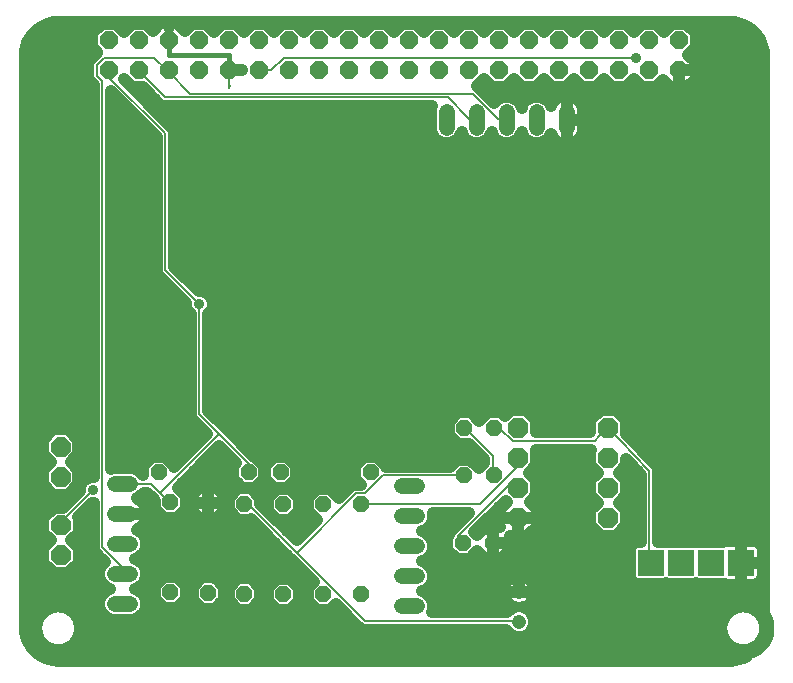
<source format=gbl>
G75*
%MOIN*%
%OFA0B0*%
%FSLAX25Y25*%
%IPPOS*%
%LPD*%
%AMOC8*
5,1,8,0,0,1.08239X$1,22.5*
%
%ADD10R,0.11811X0.03937*%
%ADD11C,0.05000*%
%ADD12OC8,0.06000*%
%ADD13OC8,0.06600*%
%ADD14OC8,0.05200*%
%ADD15R,0.08600X0.08600*%
%ADD16OC8,0.06800*%
%ADD17C,0.04756*%
%ADD18C,0.05200*%
%ADD19C,0.00600*%
%ADD20C,0.03600*%
%ADD21C,0.04000*%
%ADD22C,0.01600*%
D10*
X0013611Y0151406D03*
X0013611Y0214398D03*
D11*
X0009674Y0017548D02*
X0009676Y0017741D01*
X0009683Y0017934D01*
X0009695Y0018127D01*
X0009712Y0018320D01*
X0009733Y0018512D01*
X0009759Y0018703D01*
X0009790Y0018894D01*
X0009825Y0019084D01*
X0009865Y0019273D01*
X0009910Y0019461D01*
X0009959Y0019648D01*
X0010013Y0019834D01*
X0010071Y0020018D01*
X0010134Y0020201D01*
X0010202Y0020382D01*
X0010273Y0020561D01*
X0010350Y0020739D01*
X0010430Y0020915D01*
X0010515Y0021088D01*
X0010604Y0021260D01*
X0010697Y0021429D01*
X0010794Y0021596D01*
X0010896Y0021761D01*
X0011001Y0021923D01*
X0011110Y0022082D01*
X0011224Y0022239D01*
X0011341Y0022392D01*
X0011461Y0022543D01*
X0011586Y0022691D01*
X0011714Y0022836D01*
X0011845Y0022977D01*
X0011980Y0023116D01*
X0012119Y0023251D01*
X0012260Y0023382D01*
X0012405Y0023510D01*
X0012553Y0023635D01*
X0012704Y0023755D01*
X0012857Y0023872D01*
X0013014Y0023986D01*
X0013173Y0024095D01*
X0013335Y0024200D01*
X0013500Y0024302D01*
X0013667Y0024399D01*
X0013836Y0024492D01*
X0014008Y0024581D01*
X0014181Y0024666D01*
X0014357Y0024746D01*
X0014535Y0024823D01*
X0014714Y0024894D01*
X0014895Y0024962D01*
X0015078Y0025025D01*
X0015262Y0025083D01*
X0015448Y0025137D01*
X0015635Y0025186D01*
X0015823Y0025231D01*
X0016012Y0025271D01*
X0016202Y0025306D01*
X0016393Y0025337D01*
X0016584Y0025363D01*
X0016776Y0025384D01*
X0016969Y0025401D01*
X0017162Y0025413D01*
X0017355Y0025420D01*
X0017548Y0025422D01*
X0017741Y0025420D01*
X0017934Y0025413D01*
X0018127Y0025401D01*
X0018320Y0025384D01*
X0018512Y0025363D01*
X0018703Y0025337D01*
X0018894Y0025306D01*
X0019084Y0025271D01*
X0019273Y0025231D01*
X0019461Y0025186D01*
X0019648Y0025137D01*
X0019834Y0025083D01*
X0020018Y0025025D01*
X0020201Y0024962D01*
X0020382Y0024894D01*
X0020561Y0024823D01*
X0020739Y0024746D01*
X0020915Y0024666D01*
X0021088Y0024581D01*
X0021260Y0024492D01*
X0021429Y0024399D01*
X0021596Y0024302D01*
X0021761Y0024200D01*
X0021923Y0024095D01*
X0022082Y0023986D01*
X0022239Y0023872D01*
X0022392Y0023755D01*
X0022543Y0023635D01*
X0022691Y0023510D01*
X0022836Y0023382D01*
X0022977Y0023251D01*
X0023116Y0023116D01*
X0023251Y0022977D01*
X0023382Y0022836D01*
X0023510Y0022691D01*
X0023635Y0022543D01*
X0023755Y0022392D01*
X0023872Y0022239D01*
X0023986Y0022082D01*
X0024095Y0021923D01*
X0024200Y0021761D01*
X0024302Y0021596D01*
X0024399Y0021429D01*
X0024492Y0021260D01*
X0024581Y0021088D01*
X0024666Y0020915D01*
X0024746Y0020739D01*
X0024823Y0020561D01*
X0024894Y0020382D01*
X0024962Y0020201D01*
X0025025Y0020018D01*
X0025083Y0019834D01*
X0025137Y0019648D01*
X0025186Y0019461D01*
X0025231Y0019273D01*
X0025271Y0019084D01*
X0025306Y0018894D01*
X0025337Y0018703D01*
X0025363Y0018512D01*
X0025384Y0018320D01*
X0025401Y0018127D01*
X0025413Y0017934D01*
X0025420Y0017741D01*
X0025422Y0017548D01*
X0025420Y0017355D01*
X0025413Y0017162D01*
X0025401Y0016969D01*
X0025384Y0016776D01*
X0025363Y0016584D01*
X0025337Y0016393D01*
X0025306Y0016202D01*
X0025271Y0016012D01*
X0025231Y0015823D01*
X0025186Y0015635D01*
X0025137Y0015448D01*
X0025083Y0015262D01*
X0025025Y0015078D01*
X0024962Y0014895D01*
X0024894Y0014714D01*
X0024823Y0014535D01*
X0024746Y0014357D01*
X0024666Y0014181D01*
X0024581Y0014008D01*
X0024492Y0013836D01*
X0024399Y0013667D01*
X0024302Y0013500D01*
X0024200Y0013335D01*
X0024095Y0013173D01*
X0023986Y0013014D01*
X0023872Y0012857D01*
X0023755Y0012704D01*
X0023635Y0012553D01*
X0023510Y0012405D01*
X0023382Y0012260D01*
X0023251Y0012119D01*
X0023116Y0011980D01*
X0022977Y0011845D01*
X0022836Y0011714D01*
X0022691Y0011586D01*
X0022543Y0011461D01*
X0022392Y0011341D01*
X0022239Y0011224D01*
X0022082Y0011110D01*
X0021923Y0011001D01*
X0021761Y0010896D01*
X0021596Y0010794D01*
X0021429Y0010697D01*
X0021260Y0010604D01*
X0021088Y0010515D01*
X0020915Y0010430D01*
X0020739Y0010350D01*
X0020561Y0010273D01*
X0020382Y0010202D01*
X0020201Y0010134D01*
X0020018Y0010071D01*
X0019834Y0010013D01*
X0019648Y0009959D01*
X0019461Y0009910D01*
X0019273Y0009865D01*
X0019084Y0009825D01*
X0018894Y0009790D01*
X0018703Y0009759D01*
X0018512Y0009733D01*
X0018320Y0009712D01*
X0018127Y0009695D01*
X0017934Y0009683D01*
X0017741Y0009676D01*
X0017548Y0009674D01*
X0017355Y0009676D01*
X0017162Y0009683D01*
X0016969Y0009695D01*
X0016776Y0009712D01*
X0016584Y0009733D01*
X0016393Y0009759D01*
X0016202Y0009790D01*
X0016012Y0009825D01*
X0015823Y0009865D01*
X0015635Y0009910D01*
X0015448Y0009959D01*
X0015262Y0010013D01*
X0015078Y0010071D01*
X0014895Y0010134D01*
X0014714Y0010202D01*
X0014535Y0010273D01*
X0014357Y0010350D01*
X0014181Y0010430D01*
X0014008Y0010515D01*
X0013836Y0010604D01*
X0013667Y0010697D01*
X0013500Y0010794D01*
X0013335Y0010896D01*
X0013173Y0011001D01*
X0013014Y0011110D01*
X0012857Y0011224D01*
X0012704Y0011341D01*
X0012553Y0011461D01*
X0012405Y0011586D01*
X0012260Y0011714D01*
X0012119Y0011845D01*
X0011980Y0011980D01*
X0011845Y0012119D01*
X0011714Y0012260D01*
X0011586Y0012405D01*
X0011461Y0012553D01*
X0011341Y0012704D01*
X0011224Y0012857D01*
X0011110Y0013014D01*
X0011001Y0013173D01*
X0010896Y0013335D01*
X0010794Y0013500D01*
X0010697Y0013667D01*
X0010604Y0013836D01*
X0010515Y0014008D01*
X0010430Y0014181D01*
X0010350Y0014357D01*
X0010273Y0014535D01*
X0010202Y0014714D01*
X0010134Y0014895D01*
X0010071Y0015078D01*
X0010013Y0015262D01*
X0009959Y0015448D01*
X0009910Y0015635D01*
X0009865Y0015823D01*
X0009825Y0016012D01*
X0009790Y0016202D01*
X0009759Y0016393D01*
X0009733Y0016584D01*
X0009712Y0016776D01*
X0009695Y0016969D01*
X0009683Y0017162D01*
X0009676Y0017355D01*
X0009674Y0017548D01*
X0009676Y0017741D01*
X0009683Y0017934D01*
X0009695Y0018127D01*
X0009712Y0018320D01*
X0009733Y0018512D01*
X0009759Y0018703D01*
X0009790Y0018894D01*
X0009825Y0019084D01*
X0009865Y0019273D01*
X0009910Y0019461D01*
X0009959Y0019648D01*
X0010013Y0019834D01*
X0010071Y0020018D01*
X0010134Y0020201D01*
X0010202Y0020382D01*
X0010273Y0020561D01*
X0010350Y0020739D01*
X0010430Y0020915D01*
X0010515Y0021088D01*
X0010604Y0021260D01*
X0010697Y0021429D01*
X0010794Y0021596D01*
X0010896Y0021761D01*
X0011001Y0021923D01*
X0011110Y0022082D01*
X0011224Y0022239D01*
X0011341Y0022392D01*
X0011461Y0022543D01*
X0011586Y0022691D01*
X0011714Y0022836D01*
X0011845Y0022977D01*
X0011980Y0023116D01*
X0012119Y0023251D01*
X0012260Y0023382D01*
X0012405Y0023510D01*
X0012553Y0023635D01*
X0012704Y0023755D01*
X0012857Y0023872D01*
X0013014Y0023986D01*
X0013173Y0024095D01*
X0013335Y0024200D01*
X0013500Y0024302D01*
X0013667Y0024399D01*
X0013836Y0024492D01*
X0014008Y0024581D01*
X0014181Y0024666D01*
X0014357Y0024746D01*
X0014535Y0024823D01*
X0014714Y0024894D01*
X0014895Y0024962D01*
X0015078Y0025025D01*
X0015262Y0025083D01*
X0015448Y0025137D01*
X0015635Y0025186D01*
X0015823Y0025231D01*
X0016012Y0025271D01*
X0016202Y0025306D01*
X0016393Y0025337D01*
X0016584Y0025363D01*
X0016776Y0025384D01*
X0016969Y0025401D01*
X0017162Y0025413D01*
X0017355Y0025420D01*
X0017548Y0025422D01*
X0017741Y0025420D01*
X0017934Y0025413D01*
X0018127Y0025401D01*
X0018320Y0025384D01*
X0018512Y0025363D01*
X0018703Y0025337D01*
X0018894Y0025306D01*
X0019084Y0025271D01*
X0019273Y0025231D01*
X0019461Y0025186D01*
X0019648Y0025137D01*
X0019834Y0025083D01*
X0020018Y0025025D01*
X0020201Y0024962D01*
X0020382Y0024894D01*
X0020561Y0024823D01*
X0020739Y0024746D01*
X0020915Y0024666D01*
X0021088Y0024581D01*
X0021260Y0024492D01*
X0021429Y0024399D01*
X0021596Y0024302D01*
X0021761Y0024200D01*
X0021923Y0024095D01*
X0022082Y0023986D01*
X0022239Y0023872D01*
X0022392Y0023755D01*
X0022543Y0023635D01*
X0022691Y0023510D01*
X0022836Y0023382D01*
X0022977Y0023251D01*
X0023116Y0023116D01*
X0023251Y0022977D01*
X0023382Y0022836D01*
X0023510Y0022691D01*
X0023635Y0022543D01*
X0023755Y0022392D01*
X0023872Y0022239D01*
X0023986Y0022082D01*
X0024095Y0021923D01*
X0024200Y0021761D01*
X0024302Y0021596D01*
X0024399Y0021429D01*
X0024492Y0021260D01*
X0024581Y0021088D01*
X0024666Y0020915D01*
X0024746Y0020739D01*
X0024823Y0020561D01*
X0024894Y0020382D01*
X0024962Y0020201D01*
X0025025Y0020018D01*
X0025083Y0019834D01*
X0025137Y0019648D01*
X0025186Y0019461D01*
X0025231Y0019273D01*
X0025271Y0019084D01*
X0025306Y0018894D01*
X0025337Y0018703D01*
X0025363Y0018512D01*
X0025384Y0018320D01*
X0025401Y0018127D01*
X0025413Y0017934D01*
X0025420Y0017741D01*
X0025422Y0017548D01*
X0025420Y0017355D01*
X0025413Y0017162D01*
X0025401Y0016969D01*
X0025384Y0016776D01*
X0025363Y0016584D01*
X0025337Y0016393D01*
X0025306Y0016202D01*
X0025271Y0016012D01*
X0025231Y0015823D01*
X0025186Y0015635D01*
X0025137Y0015448D01*
X0025083Y0015262D01*
X0025025Y0015078D01*
X0024962Y0014895D01*
X0024894Y0014714D01*
X0024823Y0014535D01*
X0024746Y0014357D01*
X0024666Y0014181D01*
X0024581Y0014008D01*
X0024492Y0013836D01*
X0024399Y0013667D01*
X0024302Y0013500D01*
X0024200Y0013335D01*
X0024095Y0013173D01*
X0023986Y0013014D01*
X0023872Y0012857D01*
X0023755Y0012704D01*
X0023635Y0012553D01*
X0023510Y0012405D01*
X0023382Y0012260D01*
X0023251Y0012119D01*
X0023116Y0011980D01*
X0022977Y0011845D01*
X0022836Y0011714D01*
X0022691Y0011586D01*
X0022543Y0011461D01*
X0022392Y0011341D01*
X0022239Y0011224D01*
X0022082Y0011110D01*
X0021923Y0011001D01*
X0021761Y0010896D01*
X0021596Y0010794D01*
X0021429Y0010697D01*
X0021260Y0010604D01*
X0021088Y0010515D01*
X0020915Y0010430D01*
X0020739Y0010350D01*
X0020561Y0010273D01*
X0020382Y0010202D01*
X0020201Y0010134D01*
X0020018Y0010071D01*
X0019834Y0010013D01*
X0019648Y0009959D01*
X0019461Y0009910D01*
X0019273Y0009865D01*
X0019084Y0009825D01*
X0018894Y0009790D01*
X0018703Y0009759D01*
X0018512Y0009733D01*
X0018320Y0009712D01*
X0018127Y0009695D01*
X0017934Y0009683D01*
X0017741Y0009676D01*
X0017548Y0009674D01*
X0017355Y0009676D01*
X0017162Y0009683D01*
X0016969Y0009695D01*
X0016776Y0009712D01*
X0016584Y0009733D01*
X0016393Y0009759D01*
X0016202Y0009790D01*
X0016012Y0009825D01*
X0015823Y0009865D01*
X0015635Y0009910D01*
X0015448Y0009959D01*
X0015262Y0010013D01*
X0015078Y0010071D01*
X0014895Y0010134D01*
X0014714Y0010202D01*
X0014535Y0010273D01*
X0014357Y0010350D01*
X0014181Y0010430D01*
X0014008Y0010515D01*
X0013836Y0010604D01*
X0013667Y0010697D01*
X0013500Y0010794D01*
X0013335Y0010896D01*
X0013173Y0011001D01*
X0013014Y0011110D01*
X0012857Y0011224D01*
X0012704Y0011341D01*
X0012553Y0011461D01*
X0012405Y0011586D01*
X0012260Y0011714D01*
X0012119Y0011845D01*
X0011980Y0011980D01*
X0011845Y0012119D01*
X0011714Y0012260D01*
X0011586Y0012405D01*
X0011461Y0012553D01*
X0011341Y0012704D01*
X0011224Y0012857D01*
X0011110Y0013014D01*
X0011001Y0013173D01*
X0010896Y0013335D01*
X0010794Y0013500D01*
X0010697Y0013667D01*
X0010604Y0013836D01*
X0010515Y0014008D01*
X0010430Y0014181D01*
X0010350Y0014357D01*
X0010273Y0014535D01*
X0010202Y0014714D01*
X0010134Y0014895D01*
X0010071Y0015078D01*
X0010013Y0015262D01*
X0009959Y0015448D01*
X0009910Y0015635D01*
X0009865Y0015823D01*
X0009825Y0016012D01*
X0009790Y0016202D01*
X0009759Y0016393D01*
X0009733Y0016584D01*
X0009712Y0016776D01*
X0009695Y0016969D01*
X0009683Y0017162D01*
X0009676Y0017355D01*
X0009674Y0017548D01*
X0238020Y0017548D02*
X0238022Y0017741D01*
X0238029Y0017934D01*
X0238041Y0018127D01*
X0238058Y0018320D01*
X0238079Y0018512D01*
X0238105Y0018703D01*
X0238136Y0018894D01*
X0238171Y0019084D01*
X0238211Y0019273D01*
X0238256Y0019461D01*
X0238305Y0019648D01*
X0238359Y0019834D01*
X0238417Y0020018D01*
X0238480Y0020201D01*
X0238548Y0020382D01*
X0238619Y0020561D01*
X0238696Y0020739D01*
X0238776Y0020915D01*
X0238861Y0021088D01*
X0238950Y0021260D01*
X0239043Y0021429D01*
X0239140Y0021596D01*
X0239242Y0021761D01*
X0239347Y0021923D01*
X0239456Y0022082D01*
X0239570Y0022239D01*
X0239687Y0022392D01*
X0239807Y0022543D01*
X0239932Y0022691D01*
X0240060Y0022836D01*
X0240191Y0022977D01*
X0240326Y0023116D01*
X0240465Y0023251D01*
X0240606Y0023382D01*
X0240751Y0023510D01*
X0240899Y0023635D01*
X0241050Y0023755D01*
X0241203Y0023872D01*
X0241360Y0023986D01*
X0241519Y0024095D01*
X0241681Y0024200D01*
X0241846Y0024302D01*
X0242013Y0024399D01*
X0242182Y0024492D01*
X0242354Y0024581D01*
X0242527Y0024666D01*
X0242703Y0024746D01*
X0242881Y0024823D01*
X0243060Y0024894D01*
X0243241Y0024962D01*
X0243424Y0025025D01*
X0243608Y0025083D01*
X0243794Y0025137D01*
X0243981Y0025186D01*
X0244169Y0025231D01*
X0244358Y0025271D01*
X0244548Y0025306D01*
X0244739Y0025337D01*
X0244930Y0025363D01*
X0245122Y0025384D01*
X0245315Y0025401D01*
X0245508Y0025413D01*
X0245701Y0025420D01*
X0245894Y0025422D01*
X0246087Y0025420D01*
X0246280Y0025413D01*
X0246473Y0025401D01*
X0246666Y0025384D01*
X0246858Y0025363D01*
X0247049Y0025337D01*
X0247240Y0025306D01*
X0247430Y0025271D01*
X0247619Y0025231D01*
X0247807Y0025186D01*
X0247994Y0025137D01*
X0248180Y0025083D01*
X0248364Y0025025D01*
X0248547Y0024962D01*
X0248728Y0024894D01*
X0248907Y0024823D01*
X0249085Y0024746D01*
X0249261Y0024666D01*
X0249434Y0024581D01*
X0249606Y0024492D01*
X0249775Y0024399D01*
X0249942Y0024302D01*
X0250107Y0024200D01*
X0250269Y0024095D01*
X0250428Y0023986D01*
X0250585Y0023872D01*
X0250738Y0023755D01*
X0250889Y0023635D01*
X0251037Y0023510D01*
X0251182Y0023382D01*
X0251323Y0023251D01*
X0251462Y0023116D01*
X0251597Y0022977D01*
X0251728Y0022836D01*
X0251856Y0022691D01*
X0251981Y0022543D01*
X0252101Y0022392D01*
X0252218Y0022239D01*
X0252332Y0022082D01*
X0252441Y0021923D01*
X0252546Y0021761D01*
X0252648Y0021596D01*
X0252745Y0021429D01*
X0252838Y0021260D01*
X0252927Y0021088D01*
X0253012Y0020915D01*
X0253092Y0020739D01*
X0253169Y0020561D01*
X0253240Y0020382D01*
X0253308Y0020201D01*
X0253371Y0020018D01*
X0253429Y0019834D01*
X0253483Y0019648D01*
X0253532Y0019461D01*
X0253577Y0019273D01*
X0253617Y0019084D01*
X0253652Y0018894D01*
X0253683Y0018703D01*
X0253709Y0018512D01*
X0253730Y0018320D01*
X0253747Y0018127D01*
X0253759Y0017934D01*
X0253766Y0017741D01*
X0253768Y0017548D01*
X0253766Y0017355D01*
X0253759Y0017162D01*
X0253747Y0016969D01*
X0253730Y0016776D01*
X0253709Y0016584D01*
X0253683Y0016393D01*
X0253652Y0016202D01*
X0253617Y0016012D01*
X0253577Y0015823D01*
X0253532Y0015635D01*
X0253483Y0015448D01*
X0253429Y0015262D01*
X0253371Y0015078D01*
X0253308Y0014895D01*
X0253240Y0014714D01*
X0253169Y0014535D01*
X0253092Y0014357D01*
X0253012Y0014181D01*
X0252927Y0014008D01*
X0252838Y0013836D01*
X0252745Y0013667D01*
X0252648Y0013500D01*
X0252546Y0013335D01*
X0252441Y0013173D01*
X0252332Y0013014D01*
X0252218Y0012857D01*
X0252101Y0012704D01*
X0251981Y0012553D01*
X0251856Y0012405D01*
X0251728Y0012260D01*
X0251597Y0012119D01*
X0251462Y0011980D01*
X0251323Y0011845D01*
X0251182Y0011714D01*
X0251037Y0011586D01*
X0250889Y0011461D01*
X0250738Y0011341D01*
X0250585Y0011224D01*
X0250428Y0011110D01*
X0250269Y0011001D01*
X0250107Y0010896D01*
X0249942Y0010794D01*
X0249775Y0010697D01*
X0249606Y0010604D01*
X0249434Y0010515D01*
X0249261Y0010430D01*
X0249085Y0010350D01*
X0248907Y0010273D01*
X0248728Y0010202D01*
X0248547Y0010134D01*
X0248364Y0010071D01*
X0248180Y0010013D01*
X0247994Y0009959D01*
X0247807Y0009910D01*
X0247619Y0009865D01*
X0247430Y0009825D01*
X0247240Y0009790D01*
X0247049Y0009759D01*
X0246858Y0009733D01*
X0246666Y0009712D01*
X0246473Y0009695D01*
X0246280Y0009683D01*
X0246087Y0009676D01*
X0245894Y0009674D01*
X0245701Y0009676D01*
X0245508Y0009683D01*
X0245315Y0009695D01*
X0245122Y0009712D01*
X0244930Y0009733D01*
X0244739Y0009759D01*
X0244548Y0009790D01*
X0244358Y0009825D01*
X0244169Y0009865D01*
X0243981Y0009910D01*
X0243794Y0009959D01*
X0243608Y0010013D01*
X0243424Y0010071D01*
X0243241Y0010134D01*
X0243060Y0010202D01*
X0242881Y0010273D01*
X0242703Y0010350D01*
X0242527Y0010430D01*
X0242354Y0010515D01*
X0242182Y0010604D01*
X0242013Y0010697D01*
X0241846Y0010794D01*
X0241681Y0010896D01*
X0241519Y0011001D01*
X0241360Y0011110D01*
X0241203Y0011224D01*
X0241050Y0011341D01*
X0240899Y0011461D01*
X0240751Y0011586D01*
X0240606Y0011714D01*
X0240465Y0011845D01*
X0240326Y0011980D01*
X0240191Y0012119D01*
X0240060Y0012260D01*
X0239932Y0012405D01*
X0239807Y0012553D01*
X0239687Y0012704D01*
X0239570Y0012857D01*
X0239456Y0013014D01*
X0239347Y0013173D01*
X0239242Y0013335D01*
X0239140Y0013500D01*
X0239043Y0013667D01*
X0238950Y0013836D01*
X0238861Y0014008D01*
X0238776Y0014181D01*
X0238696Y0014357D01*
X0238619Y0014535D01*
X0238548Y0014714D01*
X0238480Y0014895D01*
X0238417Y0015078D01*
X0238359Y0015262D01*
X0238305Y0015448D01*
X0238256Y0015635D01*
X0238211Y0015823D01*
X0238171Y0016012D01*
X0238136Y0016202D01*
X0238105Y0016393D01*
X0238079Y0016584D01*
X0238058Y0016776D01*
X0238041Y0016969D01*
X0238029Y0017162D01*
X0238022Y0017355D01*
X0238020Y0017548D01*
X0238022Y0017741D01*
X0238029Y0017934D01*
X0238041Y0018127D01*
X0238058Y0018320D01*
X0238079Y0018512D01*
X0238105Y0018703D01*
X0238136Y0018894D01*
X0238171Y0019084D01*
X0238211Y0019273D01*
X0238256Y0019461D01*
X0238305Y0019648D01*
X0238359Y0019834D01*
X0238417Y0020018D01*
X0238480Y0020201D01*
X0238548Y0020382D01*
X0238619Y0020561D01*
X0238696Y0020739D01*
X0238776Y0020915D01*
X0238861Y0021088D01*
X0238950Y0021260D01*
X0239043Y0021429D01*
X0239140Y0021596D01*
X0239242Y0021761D01*
X0239347Y0021923D01*
X0239456Y0022082D01*
X0239570Y0022239D01*
X0239687Y0022392D01*
X0239807Y0022543D01*
X0239932Y0022691D01*
X0240060Y0022836D01*
X0240191Y0022977D01*
X0240326Y0023116D01*
X0240465Y0023251D01*
X0240606Y0023382D01*
X0240751Y0023510D01*
X0240899Y0023635D01*
X0241050Y0023755D01*
X0241203Y0023872D01*
X0241360Y0023986D01*
X0241519Y0024095D01*
X0241681Y0024200D01*
X0241846Y0024302D01*
X0242013Y0024399D01*
X0242182Y0024492D01*
X0242354Y0024581D01*
X0242527Y0024666D01*
X0242703Y0024746D01*
X0242881Y0024823D01*
X0243060Y0024894D01*
X0243241Y0024962D01*
X0243424Y0025025D01*
X0243608Y0025083D01*
X0243794Y0025137D01*
X0243981Y0025186D01*
X0244169Y0025231D01*
X0244358Y0025271D01*
X0244548Y0025306D01*
X0244739Y0025337D01*
X0244930Y0025363D01*
X0245122Y0025384D01*
X0245315Y0025401D01*
X0245508Y0025413D01*
X0245701Y0025420D01*
X0245894Y0025422D01*
X0246087Y0025420D01*
X0246280Y0025413D01*
X0246473Y0025401D01*
X0246666Y0025384D01*
X0246858Y0025363D01*
X0247049Y0025337D01*
X0247240Y0025306D01*
X0247430Y0025271D01*
X0247619Y0025231D01*
X0247807Y0025186D01*
X0247994Y0025137D01*
X0248180Y0025083D01*
X0248364Y0025025D01*
X0248547Y0024962D01*
X0248728Y0024894D01*
X0248907Y0024823D01*
X0249085Y0024746D01*
X0249261Y0024666D01*
X0249434Y0024581D01*
X0249606Y0024492D01*
X0249775Y0024399D01*
X0249942Y0024302D01*
X0250107Y0024200D01*
X0250269Y0024095D01*
X0250428Y0023986D01*
X0250585Y0023872D01*
X0250738Y0023755D01*
X0250889Y0023635D01*
X0251037Y0023510D01*
X0251182Y0023382D01*
X0251323Y0023251D01*
X0251462Y0023116D01*
X0251597Y0022977D01*
X0251728Y0022836D01*
X0251856Y0022691D01*
X0251981Y0022543D01*
X0252101Y0022392D01*
X0252218Y0022239D01*
X0252332Y0022082D01*
X0252441Y0021923D01*
X0252546Y0021761D01*
X0252648Y0021596D01*
X0252745Y0021429D01*
X0252838Y0021260D01*
X0252927Y0021088D01*
X0253012Y0020915D01*
X0253092Y0020739D01*
X0253169Y0020561D01*
X0253240Y0020382D01*
X0253308Y0020201D01*
X0253371Y0020018D01*
X0253429Y0019834D01*
X0253483Y0019648D01*
X0253532Y0019461D01*
X0253577Y0019273D01*
X0253617Y0019084D01*
X0253652Y0018894D01*
X0253683Y0018703D01*
X0253709Y0018512D01*
X0253730Y0018320D01*
X0253747Y0018127D01*
X0253759Y0017934D01*
X0253766Y0017741D01*
X0253768Y0017548D01*
X0253766Y0017355D01*
X0253759Y0017162D01*
X0253747Y0016969D01*
X0253730Y0016776D01*
X0253709Y0016584D01*
X0253683Y0016393D01*
X0253652Y0016202D01*
X0253617Y0016012D01*
X0253577Y0015823D01*
X0253532Y0015635D01*
X0253483Y0015448D01*
X0253429Y0015262D01*
X0253371Y0015078D01*
X0253308Y0014895D01*
X0253240Y0014714D01*
X0253169Y0014535D01*
X0253092Y0014357D01*
X0253012Y0014181D01*
X0252927Y0014008D01*
X0252838Y0013836D01*
X0252745Y0013667D01*
X0252648Y0013500D01*
X0252546Y0013335D01*
X0252441Y0013173D01*
X0252332Y0013014D01*
X0252218Y0012857D01*
X0252101Y0012704D01*
X0251981Y0012553D01*
X0251856Y0012405D01*
X0251728Y0012260D01*
X0251597Y0012119D01*
X0251462Y0011980D01*
X0251323Y0011845D01*
X0251182Y0011714D01*
X0251037Y0011586D01*
X0250889Y0011461D01*
X0250738Y0011341D01*
X0250585Y0011224D01*
X0250428Y0011110D01*
X0250269Y0011001D01*
X0250107Y0010896D01*
X0249942Y0010794D01*
X0249775Y0010697D01*
X0249606Y0010604D01*
X0249434Y0010515D01*
X0249261Y0010430D01*
X0249085Y0010350D01*
X0248907Y0010273D01*
X0248728Y0010202D01*
X0248547Y0010134D01*
X0248364Y0010071D01*
X0248180Y0010013D01*
X0247994Y0009959D01*
X0247807Y0009910D01*
X0247619Y0009865D01*
X0247430Y0009825D01*
X0247240Y0009790D01*
X0247049Y0009759D01*
X0246858Y0009733D01*
X0246666Y0009712D01*
X0246473Y0009695D01*
X0246280Y0009683D01*
X0246087Y0009676D01*
X0245894Y0009674D01*
X0245701Y0009676D01*
X0245508Y0009683D01*
X0245315Y0009695D01*
X0245122Y0009712D01*
X0244930Y0009733D01*
X0244739Y0009759D01*
X0244548Y0009790D01*
X0244358Y0009825D01*
X0244169Y0009865D01*
X0243981Y0009910D01*
X0243794Y0009959D01*
X0243608Y0010013D01*
X0243424Y0010071D01*
X0243241Y0010134D01*
X0243060Y0010202D01*
X0242881Y0010273D01*
X0242703Y0010350D01*
X0242527Y0010430D01*
X0242354Y0010515D01*
X0242182Y0010604D01*
X0242013Y0010697D01*
X0241846Y0010794D01*
X0241681Y0010896D01*
X0241519Y0011001D01*
X0241360Y0011110D01*
X0241203Y0011224D01*
X0241050Y0011341D01*
X0240899Y0011461D01*
X0240751Y0011586D01*
X0240606Y0011714D01*
X0240465Y0011845D01*
X0240326Y0011980D01*
X0240191Y0012119D01*
X0240060Y0012260D01*
X0239932Y0012405D01*
X0239807Y0012553D01*
X0239687Y0012704D01*
X0239570Y0012857D01*
X0239456Y0013014D01*
X0239347Y0013173D01*
X0239242Y0013335D01*
X0239140Y0013500D01*
X0239043Y0013667D01*
X0238950Y0013836D01*
X0238861Y0014008D01*
X0238776Y0014181D01*
X0238696Y0014357D01*
X0238619Y0014535D01*
X0238548Y0014714D01*
X0238480Y0014895D01*
X0238417Y0015078D01*
X0238359Y0015262D01*
X0238305Y0015448D01*
X0238256Y0015635D01*
X0238211Y0015823D01*
X0238171Y0016012D01*
X0238136Y0016202D01*
X0238105Y0016393D01*
X0238079Y0016584D01*
X0238058Y0016776D01*
X0238041Y0016969D01*
X0238029Y0017162D01*
X0238022Y0017355D01*
X0238020Y0017548D01*
D12*
X0224556Y0203375D03*
X0214556Y0203375D03*
X0204556Y0203375D03*
X0194556Y0203375D03*
X0184556Y0203375D03*
X0174556Y0203375D03*
X0164556Y0203375D03*
X0154556Y0203375D03*
X0144556Y0203375D03*
X0134556Y0203375D03*
X0124556Y0203375D03*
X0114556Y0203375D03*
X0104556Y0203375D03*
X0094556Y0203375D03*
X0084556Y0203375D03*
X0074556Y0203375D03*
X0064556Y0203375D03*
X0054556Y0203375D03*
X0044556Y0203375D03*
X0034556Y0203375D03*
X0034556Y0213375D03*
X0044556Y0213375D03*
X0054556Y0213375D03*
X0064556Y0213375D03*
X0074556Y0213375D03*
X0084556Y0213375D03*
X0094556Y0213375D03*
X0104556Y0213375D03*
X0114556Y0213375D03*
X0124556Y0213375D03*
X0134556Y0213375D03*
X0144556Y0213375D03*
X0154556Y0213375D03*
X0164556Y0213375D03*
X0174556Y0213375D03*
X0184556Y0213375D03*
X0194556Y0213375D03*
X0204556Y0213375D03*
X0214556Y0213375D03*
X0224556Y0213375D03*
D13*
X0018493Y0077863D03*
X0018493Y0067863D03*
X0018650Y0051682D03*
X0018650Y0041682D03*
D14*
X0051209Y0069398D03*
X0055107Y0059359D03*
X0067706Y0059162D03*
X0079713Y0058847D03*
X0092745Y0058729D03*
X0091839Y0069398D03*
X0081209Y0069398D03*
X0106091Y0058729D03*
X0118493Y0058690D03*
X0121839Y0069398D03*
X0152863Y0068454D03*
X0162863Y0068454D03*
X0163060Y0084162D03*
X0153060Y0084162D03*
X0152666Y0045737D03*
X0162666Y0045737D03*
X0118493Y0028690D03*
X0106091Y0028729D03*
X0092745Y0028729D03*
X0079713Y0028847D03*
X0067706Y0029162D03*
X0055107Y0029359D03*
D15*
X0215186Y0039220D03*
X0225186Y0039220D03*
X0235186Y0039220D03*
X0245186Y0039220D03*
D16*
X0201131Y0054202D03*
X0201131Y0064202D03*
X0201131Y0074202D03*
X0201131Y0084202D03*
X0171131Y0084202D03*
X0171131Y0074202D03*
X0171131Y0064202D03*
X0171131Y0054202D03*
D17*
X0171328Y0029556D03*
X0171328Y0019556D03*
D18*
X0137471Y0024713D02*
X0132271Y0024713D01*
X0132271Y0034713D02*
X0137471Y0034713D01*
X0137471Y0044713D02*
X0132271Y0044713D01*
X0132271Y0054713D02*
X0137471Y0054713D01*
X0137471Y0064713D02*
X0132271Y0064713D01*
X0041802Y0065501D02*
X0036602Y0065501D01*
X0036602Y0055501D02*
X0041802Y0055501D01*
X0041802Y0045501D02*
X0036602Y0045501D01*
X0036602Y0035501D02*
X0041802Y0035501D01*
X0041802Y0025501D02*
X0036602Y0025501D01*
X0147154Y0184239D02*
X0147154Y0189439D01*
X0157154Y0189439D02*
X0157154Y0184239D01*
X0167154Y0184239D02*
X0167154Y0189439D01*
X0177154Y0189439D02*
X0177154Y0184239D01*
X0187154Y0184239D02*
X0187154Y0189439D01*
D19*
X0167154Y0186839D02*
X0166800Y0187200D01*
X0164400Y0187200D01*
X0156000Y0195600D01*
X0061800Y0195600D01*
X0054600Y0202800D01*
X0054556Y0203375D01*
X0054000Y0203400D01*
X0049800Y0207600D01*
X0033000Y0207600D01*
X0030600Y0205200D01*
X0030600Y0201600D01*
X0032400Y0199800D01*
X0032400Y0044400D01*
X0039000Y0037800D01*
X0039000Y0036000D01*
X0039202Y0035501D01*
X0019200Y0052200D02*
X0018650Y0051682D01*
X0019200Y0052200D02*
X0019200Y0053400D01*
X0029400Y0063600D01*
X0039202Y0065501D02*
X0039600Y0065400D01*
X0048600Y0065400D01*
X0051600Y0062400D01*
X0071400Y0082200D01*
X0064800Y0088800D01*
X0064800Y0125400D01*
X0053400Y0136800D01*
X0053400Y0182400D01*
X0034800Y0201000D01*
X0034800Y0202800D01*
X0034556Y0203375D01*
X0044556Y0203375D02*
X0045000Y0202800D01*
X0053400Y0194400D01*
X0147600Y0194400D01*
X0154800Y0187200D01*
X0156600Y0187200D01*
X0157154Y0186839D01*
X0210169Y0207600D02*
X0093000Y0207600D01*
X0088800Y0203400D01*
X0084600Y0203400D01*
X0084556Y0203375D01*
X0074635Y0202587D02*
X0074635Y0197666D01*
X0074658Y0197658D01*
X0074556Y0197375D01*
X0074658Y0197658D02*
X0075000Y0198600D01*
X0074635Y0202587D02*
X0074556Y0203375D01*
X0200784Y0084769D02*
X0201131Y0084202D01*
X0201000Y0084000D01*
X0200784Y0084769D01*
X0214800Y0069769D01*
X0214800Y0039600D01*
X0215186Y0039220D01*
X0171328Y0019556D02*
X0171000Y0019800D01*
X0120000Y0019800D01*
X0097200Y0042600D01*
X0117000Y0062400D01*
X0120000Y0062400D01*
X0126000Y0068400D01*
X0152400Y0068400D01*
X0152863Y0068454D01*
X0162600Y0069000D02*
X0162600Y0075000D01*
X0153600Y0084000D01*
X0153060Y0084162D01*
X0163060Y0084162D02*
X0163200Y0084000D01*
X0165000Y0084000D01*
X0169200Y0079800D01*
X0196800Y0079800D01*
X0200784Y0084769D01*
X0171131Y0074202D02*
X0171000Y0073800D01*
X0171000Y0071400D01*
X0158400Y0058800D01*
X0118800Y0058800D01*
X0118493Y0058690D01*
X0097200Y0042600D02*
X0081000Y0058800D01*
X0079800Y0058800D01*
X0079713Y0058847D01*
X0081209Y0069398D02*
X0081600Y0069600D01*
X0081600Y0072000D01*
X0071400Y0082200D01*
X0051600Y0062400D02*
X0054600Y0059400D01*
X0055107Y0059359D01*
X0151031Y0048169D02*
X0152666Y0045737D01*
X0151031Y0048169D02*
X0169031Y0066169D01*
X0171131Y0064202D01*
X0162863Y0068454D02*
X0162600Y0069000D01*
D20*
X0064800Y0125400D03*
X0037200Y0111000D03*
X0029400Y0063600D03*
X0210169Y0207600D03*
D21*
X0010883Y0008862D02*
X0008862Y0010883D01*
X0007433Y0013358D01*
X0006694Y0016119D01*
X0006600Y0017548D01*
X0006600Y0208493D01*
X0006694Y0209922D01*
X0007433Y0212683D01*
X0007433Y0212683D01*
X0008862Y0215158D01*
X0010883Y0217179D01*
X0013358Y0218608D01*
X0016119Y0219347D01*
X0017548Y0219441D01*
X0241957Y0219441D01*
X0243386Y0219347D01*
X0246147Y0218608D01*
X0248622Y0217179D01*
X0250643Y0215158D01*
X0252072Y0212683D01*
X0252812Y0209922D01*
X0252906Y0208493D01*
X0252906Y0023989D01*
X0251282Y0025612D01*
X0247787Y0027060D01*
X0244002Y0027060D01*
X0240506Y0025612D01*
X0237831Y0022936D01*
X0236383Y0019440D01*
X0236383Y0015656D01*
X0237831Y0012160D01*
X0240506Y0009484D01*
X0244002Y0008036D01*
X0247191Y0008036D01*
X0246147Y0007433D01*
X0243386Y0006694D01*
X0241957Y0006600D01*
X0017548Y0006600D01*
X0016119Y0006694D01*
X0013358Y0007433D01*
X0010883Y0008862D01*
X0009949Y0009797D02*
X0011847Y0009797D01*
X0012160Y0009484D02*
X0015656Y0008036D01*
X0019440Y0008036D01*
X0022936Y0009484D01*
X0025612Y0012160D01*
X0027060Y0015656D01*
X0027060Y0019440D01*
X0025612Y0022936D01*
X0022936Y0025612D01*
X0019440Y0027060D01*
X0015656Y0027060D01*
X0012160Y0025612D01*
X0009484Y0022936D01*
X0008036Y0019440D01*
X0008036Y0015656D01*
X0009484Y0012160D01*
X0012160Y0009484D01*
X0008807Y0013796D02*
X0007316Y0013796D01*
X0006600Y0017794D02*
X0008036Y0017794D01*
X0009011Y0021793D02*
X0006600Y0021793D01*
X0006600Y0025791D02*
X0012593Y0025791D01*
X0006600Y0029790D02*
X0033536Y0029790D01*
X0033656Y0029909D02*
X0032193Y0028446D01*
X0031402Y0026535D01*
X0031402Y0024466D01*
X0032193Y0022555D01*
X0033656Y0021092D01*
X0035567Y0020301D01*
X0042836Y0020301D01*
X0044747Y0021092D01*
X0046210Y0022555D01*
X0047002Y0024466D01*
X0047002Y0026535D01*
X0046210Y0028446D01*
X0044747Y0029909D01*
X0043319Y0030501D01*
X0044747Y0031092D01*
X0046210Y0032555D01*
X0047002Y0034466D01*
X0047002Y0036535D01*
X0046210Y0038446D01*
X0044747Y0039909D01*
X0043319Y0040501D01*
X0044747Y0041092D01*
X0046210Y0042555D01*
X0047002Y0044466D01*
X0047002Y0046535D01*
X0046210Y0048446D01*
X0044747Y0049909D01*
X0043853Y0050279D01*
X0043951Y0050311D01*
X0044737Y0050711D01*
X0045450Y0051229D01*
X0046073Y0051853D01*
X0046591Y0052566D01*
X0046991Y0053351D01*
X0047264Y0054189D01*
X0047402Y0055060D01*
X0047402Y0055501D01*
X0047402Y0055942D01*
X0047264Y0056812D01*
X0046991Y0057650D01*
X0046591Y0058436D01*
X0046073Y0059149D01*
X0045450Y0059772D01*
X0044737Y0060290D01*
X0043951Y0060691D01*
X0043853Y0060722D01*
X0044747Y0061092D01*
X0046155Y0062500D01*
X0047399Y0062500D01*
X0049141Y0060757D01*
X0049907Y0059992D01*
X0049907Y0057205D01*
X0052953Y0054159D01*
X0057261Y0054159D01*
X0060307Y0057205D01*
X0060307Y0061513D01*
X0057561Y0064259D01*
X0071400Y0078099D01*
X0076978Y0072521D01*
X0076009Y0071552D01*
X0076009Y0067245D01*
X0079056Y0064198D01*
X0083363Y0064198D01*
X0086409Y0067245D01*
X0086409Y0071552D01*
X0083363Y0074598D01*
X0083103Y0074598D01*
X0073858Y0083843D01*
X0067700Y0090001D01*
X0067700Y0122077D01*
X0068530Y0122908D01*
X0069200Y0124525D01*
X0069200Y0126275D01*
X0068530Y0127892D01*
X0067292Y0129130D01*
X0065675Y0129800D01*
X0064501Y0129800D01*
X0056300Y0138001D01*
X0056300Y0182977D01*
X0055858Y0184043D01*
X0055043Y0184858D01*
X0039501Y0200400D01*
X0039556Y0200455D01*
X0042236Y0197775D01*
X0045924Y0197775D01*
X0051757Y0191941D01*
X0052823Y0191500D01*
X0142379Y0191500D01*
X0141954Y0190474D01*
X0141954Y0183205D01*
X0142746Y0181294D01*
X0144209Y0179831D01*
X0146120Y0179039D01*
X0148189Y0179039D01*
X0150100Y0179831D01*
X0151563Y0181294D01*
X0152154Y0182722D01*
X0152746Y0181294D01*
X0154209Y0179831D01*
X0156120Y0179039D01*
X0158189Y0179039D01*
X0160100Y0179831D01*
X0161563Y0181294D01*
X0162154Y0182722D01*
X0162746Y0181294D01*
X0164209Y0179831D01*
X0166120Y0179039D01*
X0168189Y0179039D01*
X0170100Y0179831D01*
X0171563Y0181294D01*
X0172154Y0182722D01*
X0172746Y0181294D01*
X0174209Y0179831D01*
X0176120Y0179039D01*
X0178189Y0179039D01*
X0180100Y0179831D01*
X0181563Y0181294D01*
X0181933Y0182187D01*
X0181965Y0182090D01*
X0182365Y0181304D01*
X0182883Y0180591D01*
X0183506Y0179968D01*
X0184219Y0179450D01*
X0185005Y0179050D01*
X0185843Y0178777D01*
X0186714Y0178639D01*
X0187154Y0178639D01*
X0187154Y0186839D01*
X0187154Y0186839D01*
X0187154Y0178639D01*
X0187595Y0178639D01*
X0188466Y0178777D01*
X0189304Y0179050D01*
X0190089Y0179450D01*
X0190802Y0179968D01*
X0191426Y0180591D01*
X0191944Y0181304D01*
X0192344Y0182090D01*
X0192616Y0182928D01*
X0192754Y0183799D01*
X0192754Y0186839D01*
X0187154Y0186839D01*
X0187154Y0186839D01*
X0187154Y0195039D01*
X0186714Y0195039D01*
X0185843Y0194901D01*
X0185005Y0194629D01*
X0184219Y0194229D01*
X0183506Y0193711D01*
X0182883Y0193088D01*
X0182365Y0192374D01*
X0181965Y0191589D01*
X0181933Y0191491D01*
X0181563Y0192385D01*
X0180100Y0193848D01*
X0178189Y0194639D01*
X0176120Y0194639D01*
X0174209Y0193848D01*
X0172746Y0192385D01*
X0172154Y0190957D01*
X0171563Y0192385D01*
X0170100Y0193848D01*
X0168189Y0194639D01*
X0166120Y0194639D01*
X0164209Y0193848D01*
X0163031Y0192670D01*
X0158458Y0197243D01*
X0157643Y0198058D01*
X0157301Y0198200D01*
X0159556Y0200455D01*
X0162236Y0197775D01*
X0166875Y0197775D01*
X0169556Y0200455D01*
X0172236Y0197775D01*
X0176875Y0197775D01*
X0179556Y0200455D01*
X0182236Y0197775D01*
X0186875Y0197775D01*
X0189556Y0200455D01*
X0192236Y0197775D01*
X0196875Y0197775D01*
X0199556Y0200455D01*
X0202236Y0197775D01*
X0206875Y0197775D01*
X0209556Y0200455D01*
X0212236Y0197775D01*
X0216875Y0197775D01*
X0219273Y0200172D01*
X0222071Y0197375D01*
X0224556Y0197375D01*
X0227041Y0197375D01*
X0230556Y0200890D01*
X0230556Y0203375D01*
X0230556Y0205860D01*
X0227758Y0208658D01*
X0230156Y0211055D01*
X0230156Y0215694D01*
X0226875Y0218975D01*
X0222236Y0218975D01*
X0219556Y0216294D01*
X0216875Y0218975D01*
X0212236Y0218975D01*
X0209556Y0216294D01*
X0206875Y0218975D01*
X0202236Y0218975D01*
X0199556Y0216294D01*
X0196875Y0218975D01*
X0192236Y0218975D01*
X0189556Y0216294D01*
X0186875Y0218975D01*
X0182236Y0218975D01*
X0179556Y0216294D01*
X0176875Y0218975D01*
X0172236Y0218975D01*
X0169556Y0216294D01*
X0166875Y0218975D01*
X0162236Y0218975D01*
X0159556Y0216294D01*
X0156875Y0218975D01*
X0152236Y0218975D01*
X0149556Y0216294D01*
X0146875Y0218975D01*
X0142236Y0218975D01*
X0139556Y0216294D01*
X0136875Y0218975D01*
X0132236Y0218975D01*
X0129556Y0216294D01*
X0126875Y0218975D01*
X0122236Y0218975D01*
X0119556Y0216294D01*
X0116875Y0218975D01*
X0112236Y0218975D01*
X0109556Y0216294D01*
X0106875Y0218975D01*
X0102236Y0218975D01*
X0099556Y0216294D01*
X0096875Y0218975D01*
X0092236Y0218975D01*
X0089556Y0216294D01*
X0086875Y0218975D01*
X0082236Y0218975D01*
X0079556Y0216294D01*
X0076875Y0218975D01*
X0072236Y0218975D01*
X0069556Y0216294D01*
X0066875Y0218975D01*
X0062236Y0218975D01*
X0059839Y0216577D01*
X0057041Y0219375D01*
X0054556Y0219375D01*
X0054556Y0217817D01*
X0054556Y0217817D01*
X0054556Y0219375D01*
X0052071Y0219375D01*
X0049273Y0216577D01*
X0046875Y0218975D01*
X0042236Y0218975D01*
X0039556Y0216294D01*
X0036875Y0218975D01*
X0032236Y0218975D01*
X0028956Y0215694D01*
X0028956Y0211055D01*
X0030655Y0209356D01*
X0030541Y0209243D01*
X0028141Y0206843D01*
X0027700Y0205777D01*
X0027700Y0201023D01*
X0028141Y0199957D01*
X0028957Y0199141D01*
X0029500Y0198599D01*
X0029500Y0068000D01*
X0028525Y0068000D01*
X0026908Y0067330D01*
X0025670Y0066092D01*
X0025000Y0064475D01*
X0025000Y0063301D01*
X0019281Y0057582D01*
X0016207Y0057582D01*
X0012750Y0054126D01*
X0012750Y0049238D01*
X0015307Y0046682D01*
X0012750Y0044126D01*
X0012750Y0039238D01*
X0016207Y0035782D01*
X0021094Y0035782D01*
X0024550Y0039238D01*
X0024550Y0044126D01*
X0021994Y0046682D01*
X0024550Y0049238D01*
X0024550Y0054126D01*
X0024289Y0054387D01*
X0029101Y0059200D01*
X0029500Y0059200D01*
X0029500Y0043823D01*
X0029941Y0042757D01*
X0030757Y0041941D01*
X0033223Y0039476D01*
X0032193Y0038446D01*
X0031402Y0036535D01*
X0031402Y0034466D01*
X0032193Y0032555D01*
X0033656Y0031092D01*
X0035084Y0030501D01*
X0033656Y0029909D01*
X0031683Y0033788D02*
X0006600Y0033788D01*
X0006600Y0037787D02*
X0014202Y0037787D01*
X0012750Y0041785D02*
X0006600Y0041785D01*
X0006600Y0045784D02*
X0014408Y0045784D01*
X0012750Y0049782D02*
X0006600Y0049782D01*
X0006600Y0053781D02*
X0012750Y0053781D01*
X0006600Y0057779D02*
X0019478Y0057779D01*
X0020937Y0061963D02*
X0016049Y0061963D01*
X0012593Y0065419D01*
X0012593Y0070307D01*
X0015149Y0072863D01*
X0012593Y0075419D01*
X0012593Y0080307D01*
X0016049Y0083763D01*
X0020937Y0083763D01*
X0024393Y0080307D01*
X0024393Y0075419D01*
X0021837Y0072863D01*
X0024393Y0070307D01*
X0024393Y0065419D01*
X0020937Y0061963D01*
X0023476Y0061778D02*
X0006600Y0061778D01*
X0006600Y0065776D02*
X0012593Y0065776D01*
X0012593Y0069775D02*
X0006600Y0069775D01*
X0006600Y0073773D02*
X0014239Y0073773D01*
X0012593Y0077772D02*
X0006600Y0077772D01*
X0006600Y0081770D02*
X0014056Y0081770D01*
X0006600Y0085769D02*
X0029500Y0085769D01*
X0029500Y0089767D02*
X0006600Y0089767D01*
X0006600Y0093766D02*
X0029500Y0093766D01*
X0029500Y0097764D02*
X0006600Y0097764D01*
X0006600Y0101763D02*
X0029500Y0101763D01*
X0029500Y0105761D02*
X0006600Y0105761D01*
X0006600Y0109760D02*
X0029500Y0109760D01*
X0029500Y0113758D02*
X0006600Y0113758D01*
X0006600Y0117757D02*
X0029500Y0117757D01*
X0029500Y0121755D02*
X0006600Y0121755D01*
X0006600Y0125754D02*
X0029500Y0125754D01*
X0029500Y0129752D02*
X0006600Y0129752D01*
X0006600Y0133751D02*
X0029500Y0133751D01*
X0029500Y0137749D02*
X0006600Y0137749D01*
X0006600Y0141748D02*
X0029500Y0141748D01*
X0029500Y0145746D02*
X0006600Y0145746D01*
X0006600Y0149745D02*
X0029500Y0149745D01*
X0029500Y0153743D02*
X0006600Y0153743D01*
X0006600Y0157742D02*
X0029500Y0157742D01*
X0029500Y0161740D02*
X0006600Y0161740D01*
X0006600Y0165739D02*
X0029500Y0165739D01*
X0029500Y0169737D02*
X0006600Y0169737D01*
X0006600Y0173736D02*
X0029500Y0173736D01*
X0029500Y0177734D02*
X0006600Y0177734D01*
X0006600Y0181733D02*
X0029500Y0181733D01*
X0029500Y0185732D02*
X0006600Y0185732D01*
X0006600Y0189730D02*
X0029500Y0189730D01*
X0029500Y0193729D02*
X0006600Y0193729D01*
X0006600Y0197727D02*
X0029500Y0197727D01*
X0027700Y0201726D02*
X0006600Y0201726D01*
X0006600Y0205724D02*
X0027700Y0205724D01*
X0030289Y0209723D02*
X0006681Y0209723D01*
X0008033Y0213721D02*
X0028956Y0213721D01*
X0030981Y0217720D02*
X0011820Y0217720D01*
X0038131Y0217720D02*
X0040981Y0217720D01*
X0048131Y0217720D02*
X0050415Y0217720D01*
X0054556Y0213217D02*
X0054753Y0213217D01*
X0058696Y0217720D02*
X0060981Y0217720D01*
X0068131Y0217720D02*
X0070981Y0217720D01*
X0078131Y0217720D02*
X0080981Y0217720D01*
X0088131Y0217720D02*
X0090981Y0217720D01*
X0098131Y0217720D02*
X0100981Y0217720D01*
X0108131Y0217720D02*
X0110981Y0217720D01*
X0118131Y0217720D02*
X0120981Y0217720D01*
X0128131Y0217720D02*
X0130981Y0217720D01*
X0138131Y0217720D02*
X0140981Y0217720D01*
X0148131Y0217720D02*
X0150981Y0217720D01*
X0158131Y0217720D02*
X0160981Y0217720D01*
X0168131Y0217720D02*
X0170981Y0217720D01*
X0178131Y0217720D02*
X0180981Y0217720D01*
X0188131Y0217720D02*
X0190981Y0217720D01*
X0198131Y0217720D02*
X0200981Y0217720D01*
X0208131Y0217720D02*
X0210981Y0217720D01*
X0218131Y0217720D02*
X0220981Y0217720D01*
X0228131Y0217720D02*
X0247685Y0217720D01*
X0251473Y0213721D02*
X0230156Y0213721D01*
X0228823Y0209723D02*
X0252825Y0209723D01*
X0252906Y0205724D02*
X0230556Y0205724D01*
X0230556Y0203375D02*
X0224556Y0203375D01*
X0224556Y0203375D01*
X0230556Y0203375D01*
X0230556Y0201726D02*
X0252906Y0201726D01*
X0252906Y0197727D02*
X0227393Y0197727D01*
X0224556Y0197727D02*
X0224556Y0197727D01*
X0224556Y0197375D02*
X0224556Y0203375D01*
X0224556Y0203375D01*
X0224556Y0197375D01*
X0221718Y0197727D02*
X0157974Y0197727D01*
X0158458Y0197243D02*
X0158458Y0197243D01*
X0161973Y0193729D02*
X0164090Y0193729D01*
X0170219Y0193729D02*
X0174090Y0193729D01*
X0180219Y0193729D02*
X0183531Y0193729D01*
X0187154Y0193729D02*
X0187154Y0193729D01*
X0187154Y0195039D02*
X0187154Y0186839D01*
X0187154Y0186839D01*
X0192754Y0186839D01*
X0192754Y0189880D01*
X0192616Y0190751D01*
X0192344Y0191589D01*
X0191944Y0192374D01*
X0191426Y0193088D01*
X0190802Y0193711D01*
X0190089Y0194229D01*
X0189304Y0194629D01*
X0188466Y0194901D01*
X0187595Y0195039D01*
X0187154Y0195039D01*
X0190778Y0193729D02*
X0252906Y0193729D01*
X0252906Y0189730D02*
X0192754Y0189730D01*
X0192754Y0185732D02*
X0252906Y0185732D01*
X0252906Y0181733D02*
X0192162Y0181733D01*
X0187154Y0181733D02*
X0187154Y0181733D01*
X0187154Y0185732D02*
X0187154Y0185732D01*
X0187154Y0189730D02*
X0187154Y0189730D01*
X0182146Y0181733D02*
X0181745Y0181733D01*
X0172564Y0181733D02*
X0171745Y0181733D01*
X0162564Y0181733D02*
X0161745Y0181733D01*
X0152564Y0181733D02*
X0151745Y0181733D01*
X0142564Y0181733D02*
X0056300Y0181733D01*
X0055043Y0184858D02*
X0055043Y0184858D01*
X0054170Y0185732D02*
X0141954Y0185732D01*
X0141954Y0189730D02*
X0050171Y0189730D01*
X0049970Y0193729D02*
X0046173Y0193729D01*
X0045972Y0197727D02*
X0042174Y0197727D01*
X0037970Y0193729D02*
X0035300Y0193729D01*
X0035300Y0196399D02*
X0050500Y0181199D01*
X0050500Y0136223D01*
X0050941Y0135157D01*
X0060400Y0125699D01*
X0060400Y0124525D01*
X0061070Y0122908D01*
X0061900Y0122077D01*
X0061900Y0088223D01*
X0062341Y0087157D01*
X0067299Y0082200D01*
X0056409Y0071311D01*
X0056409Y0071552D01*
X0053363Y0074598D01*
X0049056Y0074598D01*
X0046009Y0071552D01*
X0046009Y0068647D01*
X0044747Y0069909D01*
X0042836Y0070701D01*
X0035567Y0070701D01*
X0035300Y0070590D01*
X0035300Y0196399D01*
X0035300Y0189730D02*
X0041969Y0189730D01*
X0045967Y0185732D02*
X0035300Y0185732D01*
X0035300Y0181733D02*
X0049966Y0181733D01*
X0050500Y0177734D02*
X0035300Y0177734D01*
X0035300Y0173736D02*
X0050500Y0173736D01*
X0050500Y0169737D02*
X0035300Y0169737D01*
X0035300Y0165739D02*
X0050500Y0165739D01*
X0050500Y0161740D02*
X0035300Y0161740D01*
X0035300Y0157742D02*
X0050500Y0157742D01*
X0050500Y0153743D02*
X0035300Y0153743D01*
X0035300Y0149745D02*
X0050500Y0149745D01*
X0050500Y0145746D02*
X0035300Y0145746D01*
X0035300Y0141748D02*
X0050500Y0141748D01*
X0050500Y0137749D02*
X0035300Y0137749D01*
X0035300Y0133751D02*
X0052348Y0133751D01*
X0056346Y0129752D02*
X0035300Y0129752D01*
X0035300Y0125754D02*
X0060345Y0125754D01*
X0061900Y0121755D02*
X0035300Y0121755D01*
X0035300Y0117757D02*
X0061900Y0117757D01*
X0061900Y0113758D02*
X0035300Y0113758D01*
X0035300Y0109760D02*
X0061900Y0109760D01*
X0061900Y0105761D02*
X0035300Y0105761D01*
X0035300Y0101763D02*
X0061900Y0101763D01*
X0061900Y0097764D02*
X0035300Y0097764D01*
X0035300Y0093766D02*
X0061900Y0093766D01*
X0061900Y0089767D02*
X0035300Y0089767D01*
X0035300Y0085769D02*
X0063730Y0085769D01*
X0066869Y0081770D02*
X0035300Y0081770D01*
X0035300Y0077772D02*
X0062871Y0077772D01*
X0058872Y0073773D02*
X0054189Y0073773D01*
X0048230Y0073773D02*
X0035300Y0073773D01*
X0029500Y0073773D02*
X0022747Y0073773D01*
X0024393Y0069775D02*
X0029500Y0069775D01*
X0025539Y0065776D02*
X0024393Y0065776D01*
X0027680Y0057779D02*
X0029500Y0057779D01*
X0029500Y0053781D02*
X0024550Y0053781D01*
X0024550Y0049782D02*
X0029500Y0049782D01*
X0029500Y0045784D02*
X0022892Y0045784D01*
X0024550Y0041785D02*
X0030914Y0041785D01*
X0031920Y0037787D02*
X0023099Y0037787D01*
X0022503Y0025791D02*
X0031402Y0025791D01*
X0032956Y0021793D02*
X0026085Y0021793D01*
X0027060Y0017794D02*
X0117905Y0017794D01*
X0118357Y0017341D02*
X0119423Y0016900D01*
X0167040Y0016900D01*
X0167107Y0016736D01*
X0168508Y0015336D01*
X0170337Y0014578D01*
X0172318Y0014578D01*
X0174147Y0015336D01*
X0175548Y0016736D01*
X0176305Y0018566D01*
X0176305Y0020546D01*
X0175548Y0022376D01*
X0174147Y0023776D01*
X0172738Y0024360D01*
X0173392Y0024572D01*
X0174146Y0024956D01*
X0174831Y0025454D01*
X0175430Y0026052D01*
X0175927Y0026737D01*
X0176311Y0027491D01*
X0176573Y0028297D01*
X0176705Y0029133D01*
X0176705Y0029556D01*
X0176705Y0029979D01*
X0176573Y0030815D01*
X0176311Y0031620D01*
X0175927Y0032375D01*
X0175430Y0033059D01*
X0174831Y0033658D01*
X0174146Y0034156D01*
X0173392Y0034540D01*
X0172587Y0034801D01*
X0171751Y0034934D01*
X0171328Y0034934D01*
X0171328Y0029556D01*
X0176705Y0029556D01*
X0171328Y0029556D01*
X0171328Y0029556D01*
X0171327Y0029556D01*
X0171327Y0029556D01*
X0165950Y0029556D01*
X0165950Y0029979D01*
X0166082Y0030815D01*
X0166344Y0031620D01*
X0166728Y0032375D01*
X0167225Y0033059D01*
X0167824Y0033658D01*
X0168509Y0034156D01*
X0169263Y0034540D01*
X0170068Y0034801D01*
X0170904Y0034934D01*
X0171327Y0034934D01*
X0171327Y0029556D01*
X0165950Y0029556D01*
X0165950Y0029133D01*
X0166082Y0028297D01*
X0166344Y0027491D01*
X0166728Y0026737D01*
X0167225Y0026052D01*
X0167824Y0025454D01*
X0168509Y0024956D01*
X0169263Y0024572D01*
X0169917Y0024360D01*
X0168508Y0023776D01*
X0167432Y0022700D01*
X0142265Y0022700D01*
X0142671Y0023679D01*
X0142671Y0025748D01*
X0141879Y0027659D01*
X0140416Y0029122D01*
X0138988Y0029713D01*
X0140416Y0030305D01*
X0141879Y0031768D01*
X0142671Y0033679D01*
X0142671Y0035748D01*
X0141879Y0037659D01*
X0140416Y0039122D01*
X0138988Y0039713D01*
X0140416Y0040305D01*
X0141879Y0041768D01*
X0142671Y0043679D01*
X0142671Y0045748D01*
X0141879Y0047659D01*
X0140416Y0049122D01*
X0138988Y0049713D01*
X0140416Y0050305D01*
X0141879Y0051768D01*
X0142671Y0053679D01*
X0142671Y0055748D01*
X0142608Y0055900D01*
X0154662Y0055900D01*
X0149180Y0050418D01*
X0148935Y0050253D01*
X0148776Y0050014D01*
X0148573Y0049811D01*
X0148460Y0049538D01*
X0148297Y0049292D01*
X0148241Y0049011D01*
X0148131Y0048745D01*
X0148131Y0048556D01*
X0147466Y0047891D01*
X0147466Y0043583D01*
X0150512Y0040537D01*
X0154820Y0040537D01*
X0157383Y0043100D01*
X0160347Y0040137D01*
X0162666Y0040137D01*
X0162666Y0045737D01*
X0162666Y0045737D01*
X0162666Y0051337D01*
X0160347Y0051337D01*
X0157383Y0048374D01*
X0156361Y0049396D01*
X0166906Y0059941D01*
X0167363Y0059484D01*
X0164731Y0056853D01*
X0164731Y0054202D01*
X0171131Y0054202D01*
X0177531Y0054202D01*
X0177531Y0056853D01*
X0174899Y0059484D01*
X0177131Y0061716D01*
X0177131Y0066687D01*
X0174616Y0069202D01*
X0177131Y0071716D01*
X0177131Y0076687D01*
X0176918Y0076900D01*
X0195344Y0076900D01*
X0195131Y0076687D01*
X0195131Y0071716D01*
X0197645Y0069202D01*
X0195131Y0066687D01*
X0195131Y0061716D01*
X0197645Y0059202D01*
X0195131Y0056687D01*
X0195131Y0051716D01*
X0198645Y0048202D01*
X0203616Y0048202D01*
X0207131Y0051716D01*
X0207131Y0056687D01*
X0204616Y0059202D01*
X0207131Y0061716D01*
X0207131Y0066687D01*
X0204616Y0069202D01*
X0207131Y0071716D01*
X0207131Y0073729D01*
X0211900Y0068624D01*
X0211900Y0046120D01*
X0210369Y0046120D01*
X0209413Y0045725D01*
X0208682Y0044993D01*
X0208286Y0044038D01*
X0208286Y0034403D01*
X0208682Y0033448D01*
X0209413Y0032716D01*
X0210369Y0032320D01*
X0220003Y0032320D01*
X0220186Y0032396D01*
X0220369Y0032320D01*
X0230003Y0032320D01*
X0230186Y0032396D01*
X0230369Y0032320D01*
X0239377Y0032320D01*
X0239465Y0032262D01*
X0240011Y0032036D01*
X0240590Y0031920D01*
X0245186Y0031920D01*
X0249781Y0031920D01*
X0250361Y0032036D01*
X0250907Y0032262D01*
X0251398Y0032590D01*
X0251816Y0033008D01*
X0252144Y0033499D01*
X0252371Y0034045D01*
X0252486Y0034625D01*
X0252486Y0039220D01*
X0245186Y0039220D01*
X0245186Y0031920D01*
X0245186Y0039220D01*
X0245186Y0039220D01*
X0245186Y0039221D01*
X0245186Y0039221D01*
X0245186Y0046520D01*
X0249781Y0046520D01*
X0250361Y0046405D01*
X0250907Y0046179D01*
X0251398Y0045851D01*
X0251816Y0045433D01*
X0252144Y0044941D01*
X0252371Y0044396D01*
X0252486Y0043816D01*
X0252486Y0039221D01*
X0245186Y0039221D01*
X0245186Y0046520D01*
X0240590Y0046520D01*
X0240011Y0046405D01*
X0239465Y0046179D01*
X0239377Y0046120D01*
X0230369Y0046120D01*
X0230186Y0046045D01*
X0230003Y0046120D01*
X0220369Y0046120D01*
X0220186Y0046045D01*
X0220003Y0046120D01*
X0217700Y0046120D01*
X0217700Y0069719D01*
X0217718Y0070247D01*
X0217700Y0070294D01*
X0217700Y0070345D01*
X0217498Y0070833D01*
X0217313Y0071327D01*
X0217278Y0071364D01*
X0217258Y0071411D01*
X0216885Y0071784D01*
X0207131Y0082224D01*
X0207131Y0086687D01*
X0203616Y0090202D01*
X0198645Y0090202D01*
X0195131Y0086687D01*
X0195131Y0082700D01*
X0177131Y0082700D01*
X0177131Y0086687D01*
X0173616Y0090202D01*
X0168645Y0090202D01*
X0166510Y0088066D01*
X0165214Y0089362D01*
X0160906Y0089362D01*
X0158060Y0086516D01*
X0155214Y0089362D01*
X0150906Y0089362D01*
X0147860Y0086316D01*
X0147860Y0082008D01*
X0150906Y0078962D01*
X0154537Y0078962D01*
X0159700Y0073799D01*
X0159700Y0072644D01*
X0157863Y0070807D01*
X0155017Y0073654D01*
X0150709Y0073654D01*
X0148356Y0071300D01*
X0127039Y0071300D01*
X0127039Y0071552D01*
X0123993Y0074598D01*
X0119685Y0074598D01*
X0116639Y0071552D01*
X0116639Y0067245D01*
X0118584Y0065300D01*
X0116423Y0065300D01*
X0115357Y0064858D01*
X0111291Y0060793D01*
X0111291Y0060883D01*
X0108245Y0063929D01*
X0103937Y0063929D01*
X0100891Y0060883D01*
X0100891Y0056575D01*
X0103937Y0053529D01*
X0104028Y0053529D01*
X0097200Y0046701D01*
X0084913Y0058988D01*
X0084913Y0061001D01*
X0081867Y0064047D01*
X0077559Y0064047D01*
X0074513Y0061001D01*
X0074513Y0056693D01*
X0077559Y0053647D01*
X0081867Y0053647D01*
X0081959Y0053739D01*
X0094741Y0040957D01*
X0095557Y0040141D01*
X0095557Y0040141D01*
X0102854Y0032845D01*
X0100891Y0030883D01*
X0100891Y0026575D01*
X0103937Y0023529D01*
X0108245Y0023529D01*
X0110207Y0025491D01*
X0118357Y0017341D01*
X0113906Y0021793D02*
X0045447Y0021793D01*
X0047002Y0025791D02*
X0051321Y0025791D01*
X0049907Y0027205D02*
X0052953Y0024159D01*
X0057261Y0024159D01*
X0060307Y0027205D01*
X0060307Y0031513D01*
X0057261Y0034559D01*
X0052953Y0034559D01*
X0049907Y0031513D01*
X0049907Y0027205D01*
X0049907Y0029790D02*
X0044867Y0029790D01*
X0046721Y0033788D02*
X0052182Y0033788D01*
X0058032Y0033788D02*
X0064977Y0033788D01*
X0065552Y0034362D02*
X0062506Y0031316D01*
X0062506Y0027008D01*
X0065552Y0023962D01*
X0069859Y0023962D01*
X0072905Y0027008D01*
X0072905Y0031316D01*
X0069859Y0034362D01*
X0065552Y0034362D01*
X0070434Y0033788D02*
X0077300Y0033788D01*
X0077559Y0034047D02*
X0074513Y0031001D01*
X0074513Y0026693D01*
X0077559Y0023647D01*
X0081867Y0023647D01*
X0084913Y0026693D01*
X0084913Y0031001D01*
X0081867Y0034047D01*
X0077559Y0034047D01*
X0074513Y0029790D02*
X0072905Y0029790D01*
X0071688Y0025791D02*
X0075416Y0025791D01*
X0084011Y0025791D02*
X0088329Y0025791D01*
X0087545Y0026575D02*
X0090591Y0023529D01*
X0094899Y0023529D01*
X0097945Y0026575D01*
X0097945Y0030883D01*
X0094899Y0033929D01*
X0090591Y0033929D01*
X0087545Y0030883D01*
X0087545Y0026575D01*
X0087545Y0029790D02*
X0084913Y0029790D01*
X0082126Y0033788D02*
X0090450Y0033788D01*
X0095040Y0033788D02*
X0101911Y0033788D01*
X0100891Y0029790D02*
X0097945Y0029790D01*
X0097161Y0025791D02*
X0101675Y0025791D01*
X0097912Y0037787D02*
X0046483Y0037787D01*
X0045440Y0041785D02*
X0093914Y0041785D01*
X0094741Y0040957D02*
X0094741Y0040957D01*
X0089915Y0045784D02*
X0047002Y0045784D01*
X0044874Y0049782D02*
X0085917Y0049782D01*
X0090121Y0053781D02*
X0090339Y0053781D01*
X0090591Y0053529D02*
X0087545Y0056575D01*
X0087545Y0060883D01*
X0090591Y0063929D01*
X0094899Y0063929D01*
X0097945Y0060883D01*
X0097945Y0056575D01*
X0094899Y0053529D01*
X0090591Y0053529D01*
X0095150Y0053781D02*
X0103686Y0053781D01*
X0100891Y0057779D02*
X0097945Y0057779D01*
X0097050Y0061778D02*
X0101786Y0061778D01*
X0097039Y0067245D02*
X0093993Y0064198D01*
X0089685Y0064198D01*
X0086639Y0067245D01*
X0086639Y0071552D01*
X0089685Y0074598D01*
X0093993Y0074598D01*
X0097039Y0071552D01*
X0097039Y0067245D01*
X0095571Y0065776D02*
X0118108Y0065776D01*
X0116639Y0069775D02*
X0097039Y0069775D01*
X0094818Y0073773D02*
X0118860Y0073773D01*
X0124818Y0073773D02*
X0159700Y0073773D01*
X0155727Y0077772D02*
X0079929Y0077772D01*
X0075931Y0081770D02*
X0148098Y0081770D01*
X0147860Y0085769D02*
X0071932Y0085769D01*
X0067934Y0089767D02*
X0168211Y0089767D01*
X0174050Y0089767D02*
X0198211Y0089767D01*
X0195131Y0085769D02*
X0177131Y0085769D01*
X0177131Y0073773D02*
X0195131Y0073773D01*
X0197072Y0069775D02*
X0175189Y0069775D01*
X0177131Y0065776D02*
X0195131Y0065776D01*
X0195131Y0061778D02*
X0177131Y0061778D01*
X0176604Y0057779D02*
X0196223Y0057779D01*
X0195131Y0053781D02*
X0177531Y0053781D01*
X0177531Y0054202D02*
X0171131Y0054202D01*
X0171131Y0054202D01*
X0171131Y0054202D01*
X0171131Y0054201D02*
X0171131Y0047802D01*
X0173782Y0047802D01*
X0177531Y0051551D01*
X0177531Y0054202D01*
X0175762Y0049782D02*
X0197065Y0049782D01*
X0205197Y0049782D02*
X0211900Y0049782D01*
X0209555Y0045784D02*
X0168266Y0045784D01*
X0168266Y0045737D02*
X0168266Y0048015D01*
X0168480Y0047802D01*
X0171131Y0047802D01*
X0171131Y0054201D01*
X0171131Y0054201D01*
X0171131Y0054202D02*
X0164731Y0054202D01*
X0164731Y0051551D01*
X0164944Y0051337D01*
X0162666Y0051337D01*
X0162666Y0045737D01*
X0162666Y0045737D01*
X0162666Y0040137D01*
X0164986Y0040137D01*
X0168266Y0043417D01*
X0168266Y0045737D01*
X0162666Y0045737D01*
X0162666Y0045737D01*
X0168266Y0045737D01*
X0171131Y0049782D02*
X0171131Y0049782D01*
X0171131Y0053781D02*
X0171131Y0053781D01*
X0164731Y0053781D02*
X0160745Y0053781D01*
X0162666Y0049782D02*
X0162666Y0049782D01*
X0158792Y0049782D02*
X0156746Y0049782D01*
X0152542Y0053781D02*
X0142671Y0053781D01*
X0139154Y0049782D02*
X0148561Y0049782D01*
X0147466Y0045784D02*
X0142656Y0045784D01*
X0141886Y0041785D02*
X0149264Y0041785D01*
X0141752Y0037787D02*
X0208286Y0037787D01*
X0208286Y0041785D02*
X0166634Y0041785D01*
X0162666Y0041785D02*
X0162666Y0041785D01*
X0158698Y0041785D02*
X0156068Y0041785D01*
X0162666Y0045784D02*
X0162666Y0045784D01*
X0164743Y0057779D02*
X0165657Y0057779D01*
X0168003Y0033788D02*
X0142671Y0033788D01*
X0139172Y0029790D02*
X0165950Y0029790D01*
X0167487Y0025791D02*
X0142653Y0025791D01*
X0171327Y0029790D02*
X0171328Y0029790D01*
X0171327Y0033788D02*
X0171328Y0033788D01*
X0174652Y0033788D02*
X0208541Y0033788D01*
X0217700Y0049782D02*
X0252906Y0049782D01*
X0252906Y0045784D02*
X0251465Y0045784D01*
X0252486Y0041785D02*
X0252906Y0041785D01*
X0252906Y0037787D02*
X0252486Y0037787D01*
X0252264Y0033788D02*
X0252906Y0033788D01*
X0252906Y0029790D02*
X0176705Y0029790D01*
X0175168Y0025791D02*
X0240939Y0025791D01*
X0237357Y0021793D02*
X0175789Y0021793D01*
X0175986Y0017794D02*
X0236383Y0017794D01*
X0237153Y0013796D02*
X0026289Y0013796D01*
X0023249Y0009797D02*
X0240194Y0009797D01*
X0250850Y0025791D02*
X0252906Y0025791D01*
X0245186Y0033788D02*
X0245186Y0033788D01*
X0245186Y0037787D02*
X0245186Y0037787D01*
X0245186Y0041785D02*
X0245186Y0041785D01*
X0245186Y0045784D02*
X0245186Y0045784D01*
X0252906Y0053781D02*
X0217700Y0053781D01*
X0217700Y0057779D02*
X0252906Y0057779D01*
X0252906Y0061778D02*
X0217700Y0061778D01*
X0217700Y0065776D02*
X0252906Y0065776D01*
X0252906Y0069775D02*
X0217702Y0069775D01*
X0215027Y0073773D02*
X0252906Y0073773D01*
X0252906Y0077772D02*
X0211291Y0077772D01*
X0207555Y0081770D02*
X0252906Y0081770D01*
X0252906Y0085769D02*
X0207131Y0085769D01*
X0204050Y0089767D02*
X0252906Y0089767D01*
X0252906Y0093766D02*
X0067700Y0093766D01*
X0067700Y0097764D02*
X0252906Y0097764D01*
X0252906Y0101763D02*
X0067700Y0101763D01*
X0067700Y0105761D02*
X0252906Y0105761D01*
X0252906Y0109760D02*
X0067700Y0109760D01*
X0067700Y0113758D02*
X0252906Y0113758D01*
X0252906Y0117757D02*
X0067700Y0117757D01*
X0067700Y0121755D02*
X0252906Y0121755D01*
X0252906Y0125754D02*
X0069200Y0125754D01*
X0065790Y0129752D02*
X0252906Y0129752D01*
X0252906Y0133751D02*
X0060550Y0133751D01*
X0056552Y0137749D02*
X0252906Y0137749D01*
X0252906Y0141748D02*
X0056300Y0141748D01*
X0056300Y0145746D02*
X0252906Y0145746D01*
X0252906Y0149745D02*
X0056300Y0149745D01*
X0056300Y0153743D02*
X0252906Y0153743D01*
X0252906Y0157742D02*
X0056300Y0157742D01*
X0056300Y0161740D02*
X0252906Y0161740D01*
X0252906Y0165739D02*
X0056300Y0165739D01*
X0056300Y0169737D02*
X0252906Y0169737D01*
X0252906Y0173736D02*
X0056300Y0173736D01*
X0056300Y0177734D02*
X0252906Y0177734D01*
X0224556Y0201726D02*
X0224556Y0201726D01*
X0078956Y0203375D02*
X0074556Y0203375D01*
X0078956Y0203375D01*
X0078956Y0203375D01*
X0074556Y0203375D02*
X0074556Y0203375D01*
X0029500Y0081770D02*
X0022930Y0081770D01*
X0024393Y0077772D02*
X0029500Y0077772D01*
X0044882Y0069775D02*
X0046009Y0069775D01*
X0045432Y0061778D02*
X0048121Y0061778D01*
X0046926Y0057779D02*
X0049907Y0057779D01*
X0047402Y0055501D02*
X0039202Y0055501D01*
X0039202Y0055501D01*
X0047402Y0055501D01*
X0047131Y0053781D02*
X0065167Y0053781D01*
X0065386Y0053562D02*
X0062106Y0056843D01*
X0062106Y0059162D01*
X0067705Y0059162D01*
X0067705Y0059162D01*
X0067706Y0059162D01*
X0067706Y0059162D01*
X0073305Y0059162D01*
X0073305Y0056843D01*
X0070025Y0053562D01*
X0067706Y0053562D01*
X0067706Y0059162D01*
X0073305Y0059162D01*
X0073305Y0061482D01*
X0070025Y0064762D01*
X0067706Y0064762D01*
X0067706Y0059162D01*
X0067705Y0059162D01*
X0067705Y0053562D01*
X0065386Y0053562D01*
X0067705Y0053781D02*
X0067706Y0053781D01*
X0070244Y0053781D02*
X0077426Y0053781D01*
X0074513Y0057779D02*
X0073305Y0057779D01*
X0073010Y0061778D02*
X0075290Y0061778D01*
X0077478Y0065776D02*
X0059077Y0065776D01*
X0060042Y0061778D02*
X0062401Y0061778D01*
X0062106Y0061482D02*
X0062106Y0059162D01*
X0067705Y0059162D01*
X0067705Y0064762D01*
X0065386Y0064762D01*
X0062106Y0061482D01*
X0062106Y0057779D02*
X0060307Y0057779D01*
X0067705Y0057779D02*
X0067706Y0057779D01*
X0067705Y0061778D02*
X0067706Y0061778D01*
X0063076Y0069775D02*
X0076009Y0069775D01*
X0075726Y0073773D02*
X0067074Y0073773D01*
X0071073Y0077772D02*
X0071727Y0077772D01*
X0084189Y0073773D02*
X0088860Y0073773D01*
X0086639Y0069775D02*
X0086409Y0069775D01*
X0084941Y0065776D02*
X0088108Y0065776D01*
X0088440Y0061778D02*
X0084137Y0061778D01*
X0086122Y0057779D02*
X0087545Y0057779D01*
X0094119Y0049782D02*
X0100281Y0049782D01*
X0110397Y0061778D02*
X0112276Y0061778D01*
X0062506Y0029790D02*
X0060307Y0029790D01*
X0058893Y0025791D02*
X0063723Y0025791D01*
X0206038Y0057779D02*
X0211900Y0057779D01*
X0211900Y0053781D02*
X0207131Y0053781D01*
X0207131Y0061778D02*
X0211900Y0061778D01*
X0211900Y0065776D02*
X0207131Y0065776D01*
X0205189Y0069775D02*
X0210825Y0069775D01*
D22*
X0074635Y0203375D02*
X0074635Y0208493D01*
X0054556Y0208493D01*
X0054556Y0213375D01*
X0074556Y0203375D02*
X0074635Y0203375D01*
M02*

</source>
